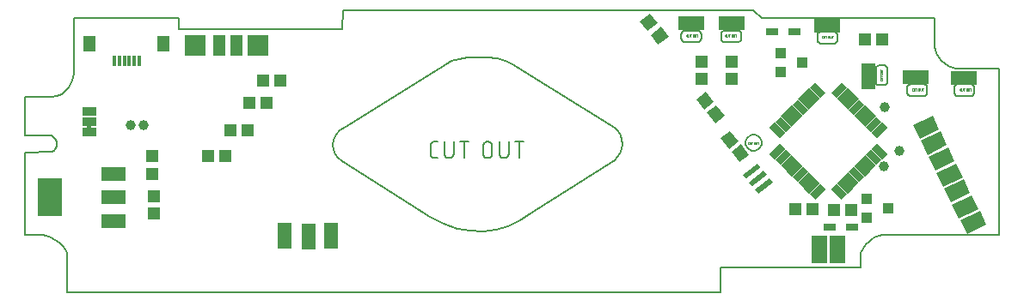
<source format=gts>
G75*
%MOIN*%
%OFA0B0*%
%FSLAX25Y25*%
%IPPOS*%
%LPD*%
%AMOC8*
5,1,8,0,0,1.08239X$1,22.5*
%
%ADD10C,0.00600*%
%ADD11C,0.00500*%
%ADD12C,0.00800*%
%ADD13C,0.00000*%
%ADD14R,0.04737X0.05131*%
%ADD15R,0.05052X0.04934*%
%ADD16R,0.05131X0.04737*%
%ADD17R,0.09600X0.05600*%
%ADD18R,0.09461X0.14973*%
%ADD19R,0.04343X0.03950*%
%ADD20R,0.10300X0.05300*%
%ADD21R,0.06200X0.10800*%
%ADD22R,0.05300X0.10300*%
%ADD23R,0.05957X0.08398*%
%ADD24R,0.04934X0.08477*%
%ADD25R,0.08477X0.08477*%
%ADD26R,0.05800X0.03000*%
%ADD27R,0.03000X0.05800*%
%ADD28R,0.07099X0.01981*%
%ADD29R,0.04737X0.03162*%
%ADD30R,0.05800X0.03300*%
%ADD31C,0.03950*%
%ADD32R,0.04737X0.06076*%
%ADD33R,0.01378X0.04331*%
D10*
X0017703Y0038877D02*
X0017703Y0053068D01*
X0017473Y0054223D01*
X0016826Y0055511D01*
X0015826Y0056843D01*
X0014540Y0058131D01*
X0013031Y0059287D01*
X0011367Y0060221D01*
X0009609Y0060847D01*
X0007826Y0061075D01*
X0001300Y0061075D01*
X0001300Y0093285D01*
X0011489Y0093363D01*
X0012380Y0093845D01*
X0013016Y0094600D01*
X0013395Y0095536D01*
X0013520Y0096561D01*
X0013391Y0097585D01*
X0013008Y0098513D01*
X0012374Y0099256D01*
X0011489Y0099720D01*
X0001300Y0099735D01*
X0001300Y0114803D02*
X0011489Y0114803D01*
X0013651Y0115090D01*
X0015486Y0115887D01*
X0017005Y0117096D01*
X0018220Y0118620D01*
X0019144Y0120362D01*
X0019789Y0122225D01*
X0020167Y0124111D01*
X0020291Y0125924D01*
X0020291Y0145461D01*
X0060762Y0145461D02*
X0060762Y0141013D01*
X0124178Y0141164D01*
X0124439Y0148568D01*
X0283611Y0148568D01*
X0286803Y0145461D01*
X0353849Y0145461D01*
X0353872Y0134183D01*
X0354104Y0132969D01*
X0354668Y0131631D01*
X0355516Y0130256D01*
X0356599Y0128933D01*
X0357869Y0127750D01*
X0359276Y0126796D01*
X0360773Y0126160D01*
X0362309Y0125929D01*
X0362585Y0125935D01*
X0378794Y0125924D01*
X0378794Y0061075D01*
X0333600Y0061075D01*
X0332610Y0060907D01*
X0331351Y0060421D01*
X0329946Y0059641D01*
X0328519Y0058595D01*
X0327194Y0057307D01*
X0326094Y0055804D01*
X0325344Y0054111D01*
X0325066Y0052254D01*
X0325066Y0048361D01*
X0270858Y0048361D01*
X0270858Y0038877D01*
X0017703Y0038877D01*
X0122690Y0090966D02*
X0124225Y0089783D01*
X0158265Y0068189D01*
X0163523Y0065449D01*
X0168754Y0063607D01*
X0173919Y0062628D01*
X0178974Y0062478D01*
X0183880Y0063119D01*
X0188596Y0064518D01*
X0193079Y0066639D01*
X0197289Y0069447D01*
X0229895Y0090159D01*
X0230978Y0091402D01*
X0231843Y0092915D01*
X0232442Y0094612D01*
X0232729Y0096404D01*
X0232659Y0098204D01*
X0232183Y0099923D01*
X0231257Y0101475D01*
X0229833Y0102771D01*
X0190100Y0127595D01*
X0187592Y0128804D01*
X0184372Y0129643D01*
X0180700Y0130126D01*
X0176836Y0130263D01*
X0173041Y0130067D01*
X0169574Y0129549D01*
X0166698Y0128721D01*
X0164671Y0127595D01*
X0125405Y0103236D01*
X0123317Y0101738D01*
X0121857Y0099993D01*
X0120989Y0098097D01*
X0120674Y0096150D01*
X0120878Y0094247D01*
X0121562Y0092486D01*
X0122690Y0090966D01*
X0158497Y0092431D02*
X0158497Y0095986D01*
X0158499Y0096060D01*
X0158505Y0096135D01*
X0158515Y0096208D01*
X0158528Y0096282D01*
X0158545Y0096354D01*
X0158567Y0096425D01*
X0158591Y0096496D01*
X0158620Y0096564D01*
X0158652Y0096632D01*
X0158688Y0096697D01*
X0158726Y0096760D01*
X0158769Y0096822D01*
X0158814Y0096881D01*
X0158862Y0096937D01*
X0158913Y0096992D01*
X0158967Y0097043D01*
X0159024Y0097091D01*
X0159083Y0097136D01*
X0159145Y0097179D01*
X0159208Y0097217D01*
X0159273Y0097253D01*
X0159341Y0097285D01*
X0159409Y0097314D01*
X0159480Y0097338D01*
X0159551Y0097360D01*
X0159623Y0097377D01*
X0159697Y0097390D01*
X0159770Y0097400D01*
X0159845Y0097406D01*
X0159919Y0097408D01*
X0161341Y0097408D01*
X0163846Y0097408D02*
X0163846Y0092786D01*
X0163848Y0092703D01*
X0163854Y0092620D01*
X0163864Y0092537D01*
X0163877Y0092454D01*
X0163895Y0092373D01*
X0163916Y0092292D01*
X0163941Y0092213D01*
X0163970Y0092135D01*
X0164002Y0092058D01*
X0164038Y0091983D01*
X0164077Y0091909D01*
X0164120Y0091838D01*
X0164166Y0091768D01*
X0164216Y0091701D01*
X0164268Y0091636D01*
X0164323Y0091574D01*
X0164382Y0091514D01*
X0164443Y0091457D01*
X0164506Y0091403D01*
X0164572Y0091352D01*
X0164641Y0091305D01*
X0164711Y0091260D01*
X0164784Y0091219D01*
X0164858Y0091182D01*
X0164934Y0091147D01*
X0165012Y0091117D01*
X0165090Y0091090D01*
X0165171Y0091067D01*
X0165252Y0091047D01*
X0165334Y0091032D01*
X0165416Y0091020D01*
X0165499Y0091012D01*
X0165582Y0091008D01*
X0165666Y0091008D01*
X0165749Y0091012D01*
X0165832Y0091020D01*
X0165914Y0091032D01*
X0165996Y0091047D01*
X0166077Y0091067D01*
X0166158Y0091090D01*
X0166236Y0091117D01*
X0166314Y0091147D01*
X0166390Y0091182D01*
X0166464Y0091219D01*
X0166537Y0091260D01*
X0166607Y0091305D01*
X0166676Y0091352D01*
X0166742Y0091403D01*
X0166805Y0091457D01*
X0166866Y0091514D01*
X0166925Y0091574D01*
X0166980Y0091636D01*
X0167032Y0091701D01*
X0167082Y0091768D01*
X0167128Y0091838D01*
X0167171Y0091909D01*
X0167210Y0091983D01*
X0167246Y0092058D01*
X0167278Y0092135D01*
X0167307Y0092213D01*
X0167332Y0092292D01*
X0167353Y0092373D01*
X0167371Y0092454D01*
X0167384Y0092537D01*
X0167394Y0092620D01*
X0167400Y0092703D01*
X0167402Y0092786D01*
X0167401Y0092786D02*
X0167401Y0097408D01*
X0169795Y0097408D02*
X0173350Y0097408D01*
X0171573Y0097408D02*
X0171573Y0091008D01*
X0178821Y0092786D02*
X0178821Y0095631D01*
X0178820Y0095631D02*
X0178822Y0095714D01*
X0178828Y0095797D01*
X0178838Y0095880D01*
X0178851Y0095963D01*
X0178869Y0096044D01*
X0178890Y0096125D01*
X0178915Y0096204D01*
X0178944Y0096282D01*
X0178976Y0096359D01*
X0179012Y0096434D01*
X0179051Y0096508D01*
X0179094Y0096579D01*
X0179140Y0096649D01*
X0179190Y0096716D01*
X0179242Y0096781D01*
X0179297Y0096843D01*
X0179356Y0096903D01*
X0179417Y0096960D01*
X0179480Y0097014D01*
X0179546Y0097065D01*
X0179615Y0097112D01*
X0179685Y0097157D01*
X0179758Y0097198D01*
X0179832Y0097235D01*
X0179908Y0097270D01*
X0179986Y0097300D01*
X0180064Y0097327D01*
X0180145Y0097350D01*
X0180226Y0097370D01*
X0180308Y0097385D01*
X0180390Y0097397D01*
X0180473Y0097405D01*
X0180556Y0097409D01*
X0180640Y0097409D01*
X0180723Y0097405D01*
X0180806Y0097397D01*
X0180888Y0097385D01*
X0180970Y0097370D01*
X0181051Y0097350D01*
X0181132Y0097327D01*
X0181210Y0097300D01*
X0181288Y0097270D01*
X0181364Y0097235D01*
X0181438Y0097198D01*
X0181511Y0097157D01*
X0181581Y0097112D01*
X0181650Y0097065D01*
X0181716Y0097014D01*
X0181779Y0096960D01*
X0181840Y0096903D01*
X0181899Y0096843D01*
X0181954Y0096781D01*
X0182006Y0096716D01*
X0182056Y0096649D01*
X0182102Y0096579D01*
X0182145Y0096508D01*
X0182184Y0096434D01*
X0182220Y0096359D01*
X0182252Y0096282D01*
X0182281Y0096204D01*
X0182306Y0096125D01*
X0182327Y0096044D01*
X0182345Y0095963D01*
X0182358Y0095880D01*
X0182368Y0095797D01*
X0182374Y0095714D01*
X0182376Y0095631D01*
X0182376Y0092786D01*
X0182374Y0092703D01*
X0182368Y0092620D01*
X0182358Y0092537D01*
X0182345Y0092454D01*
X0182327Y0092373D01*
X0182306Y0092292D01*
X0182281Y0092213D01*
X0182252Y0092135D01*
X0182220Y0092058D01*
X0182184Y0091983D01*
X0182145Y0091909D01*
X0182102Y0091838D01*
X0182056Y0091768D01*
X0182006Y0091701D01*
X0181954Y0091636D01*
X0181899Y0091574D01*
X0181840Y0091514D01*
X0181779Y0091457D01*
X0181716Y0091403D01*
X0181650Y0091352D01*
X0181581Y0091305D01*
X0181511Y0091260D01*
X0181438Y0091219D01*
X0181364Y0091182D01*
X0181288Y0091147D01*
X0181210Y0091117D01*
X0181132Y0091090D01*
X0181051Y0091067D01*
X0180970Y0091047D01*
X0180888Y0091032D01*
X0180806Y0091020D01*
X0180723Y0091012D01*
X0180640Y0091008D01*
X0180556Y0091008D01*
X0180473Y0091012D01*
X0180390Y0091020D01*
X0180308Y0091032D01*
X0180226Y0091047D01*
X0180145Y0091067D01*
X0180064Y0091090D01*
X0179986Y0091117D01*
X0179908Y0091147D01*
X0179832Y0091182D01*
X0179758Y0091219D01*
X0179685Y0091260D01*
X0179615Y0091305D01*
X0179546Y0091352D01*
X0179480Y0091403D01*
X0179417Y0091457D01*
X0179356Y0091514D01*
X0179297Y0091574D01*
X0179242Y0091636D01*
X0179190Y0091701D01*
X0179140Y0091768D01*
X0179094Y0091838D01*
X0179051Y0091909D01*
X0179012Y0091983D01*
X0178976Y0092058D01*
X0178944Y0092135D01*
X0178915Y0092213D01*
X0178890Y0092292D01*
X0178869Y0092373D01*
X0178851Y0092454D01*
X0178838Y0092537D01*
X0178828Y0092620D01*
X0178822Y0092703D01*
X0178820Y0092786D01*
X0185180Y0092786D02*
X0185180Y0097408D01*
X0188735Y0097408D02*
X0188735Y0092786D01*
X0188736Y0092786D02*
X0188734Y0092703D01*
X0188728Y0092620D01*
X0188718Y0092537D01*
X0188705Y0092454D01*
X0188687Y0092373D01*
X0188666Y0092292D01*
X0188641Y0092213D01*
X0188612Y0092135D01*
X0188580Y0092058D01*
X0188544Y0091983D01*
X0188505Y0091909D01*
X0188462Y0091838D01*
X0188416Y0091768D01*
X0188366Y0091701D01*
X0188314Y0091636D01*
X0188259Y0091574D01*
X0188200Y0091514D01*
X0188139Y0091457D01*
X0188076Y0091403D01*
X0188010Y0091352D01*
X0187941Y0091305D01*
X0187871Y0091260D01*
X0187798Y0091219D01*
X0187724Y0091182D01*
X0187648Y0091147D01*
X0187570Y0091117D01*
X0187492Y0091090D01*
X0187411Y0091067D01*
X0187330Y0091047D01*
X0187248Y0091032D01*
X0187166Y0091020D01*
X0187083Y0091012D01*
X0187000Y0091008D01*
X0186916Y0091008D01*
X0186833Y0091012D01*
X0186750Y0091020D01*
X0186668Y0091032D01*
X0186586Y0091047D01*
X0186505Y0091067D01*
X0186424Y0091090D01*
X0186346Y0091117D01*
X0186268Y0091147D01*
X0186192Y0091182D01*
X0186118Y0091219D01*
X0186045Y0091260D01*
X0185975Y0091305D01*
X0185906Y0091352D01*
X0185840Y0091403D01*
X0185777Y0091457D01*
X0185716Y0091514D01*
X0185657Y0091574D01*
X0185602Y0091636D01*
X0185550Y0091701D01*
X0185500Y0091768D01*
X0185454Y0091838D01*
X0185411Y0091909D01*
X0185372Y0091983D01*
X0185336Y0092058D01*
X0185304Y0092135D01*
X0185275Y0092213D01*
X0185250Y0092292D01*
X0185229Y0092373D01*
X0185211Y0092454D01*
X0185198Y0092537D01*
X0185188Y0092620D01*
X0185182Y0092703D01*
X0185180Y0092786D01*
X0191129Y0097408D02*
X0194684Y0097408D01*
X0192907Y0097408D02*
X0192907Y0091008D01*
X0161341Y0091008D02*
X0159919Y0091008D01*
X0159919Y0091009D02*
X0159845Y0091011D01*
X0159770Y0091017D01*
X0159697Y0091027D01*
X0159623Y0091040D01*
X0159551Y0091057D01*
X0159480Y0091079D01*
X0159409Y0091103D01*
X0159341Y0091132D01*
X0159273Y0091164D01*
X0159208Y0091200D01*
X0159145Y0091238D01*
X0159083Y0091281D01*
X0159024Y0091326D01*
X0158967Y0091374D01*
X0158913Y0091425D01*
X0158862Y0091479D01*
X0158814Y0091536D01*
X0158769Y0091595D01*
X0158726Y0091657D01*
X0158688Y0091720D01*
X0158652Y0091785D01*
X0158620Y0091853D01*
X0158591Y0091921D01*
X0158567Y0091992D01*
X0158545Y0092063D01*
X0158528Y0092135D01*
X0158515Y0092209D01*
X0158505Y0092282D01*
X0158499Y0092357D01*
X0158497Y0092431D01*
X0255811Y0136897D02*
X0255734Y0137142D01*
X0255707Y0137405D01*
X0255707Y0139289D01*
X0255734Y0139552D01*
X0255811Y0139797D01*
X0255931Y0140020D01*
X0256092Y0140213D01*
X0256285Y0140374D01*
X0256508Y0140495D01*
X0256753Y0140571D01*
X0257016Y0140598D01*
X0262092Y0140598D01*
X0262355Y0140571D01*
X0262600Y0140495D01*
X0262822Y0140374D01*
X0263016Y0140213D01*
X0263176Y0140020D01*
X0263297Y0139797D01*
X0263374Y0139552D01*
X0263400Y0139289D01*
X0263400Y0137405D01*
X0263374Y0137142D01*
X0263297Y0136897D01*
X0263176Y0136675D01*
X0263016Y0136481D01*
X0262822Y0136321D01*
X0262600Y0136200D01*
X0262355Y0136123D01*
X0262092Y0136097D01*
X0257016Y0136097D01*
X0256753Y0136123D01*
X0256508Y0136200D01*
X0256285Y0136321D01*
X0256092Y0136481D01*
X0255931Y0136675D01*
X0255811Y0136897D01*
X0271135Y0137405D02*
X0271135Y0139289D01*
X0271162Y0139552D01*
X0271239Y0139797D01*
X0271359Y0140020D01*
X0271520Y0140213D01*
X0271713Y0140374D01*
X0271935Y0140495D01*
X0272181Y0140571D01*
X0272443Y0140598D01*
X0277520Y0140598D01*
X0277783Y0140571D01*
X0278028Y0140495D01*
X0278250Y0140374D01*
X0278444Y0140213D01*
X0278604Y0140020D01*
X0278725Y0139797D01*
X0278802Y0139552D01*
X0278828Y0139289D01*
X0278828Y0137405D01*
X0278802Y0137142D01*
X0278725Y0136897D01*
X0278604Y0136675D01*
X0278444Y0136481D01*
X0278250Y0136321D01*
X0278028Y0136200D01*
X0277783Y0136123D01*
X0277520Y0136097D01*
X0272443Y0136097D01*
X0272181Y0136123D01*
X0271935Y0136200D01*
X0271713Y0136321D01*
X0271520Y0136481D01*
X0271359Y0136675D01*
X0271239Y0136897D01*
X0271162Y0137142D01*
X0271135Y0137405D01*
X0308483Y0136890D02*
X0308483Y0138774D01*
X0308510Y0139037D01*
X0308587Y0139282D01*
X0308707Y0139504D01*
X0308868Y0139698D01*
X0309061Y0139858D01*
X0309283Y0139979D01*
X0309529Y0140056D01*
X0309791Y0140082D01*
X0314868Y0140082D01*
X0315131Y0140056D01*
X0315376Y0139979D01*
X0315598Y0139858D01*
X0315792Y0139698D01*
X0315952Y0139504D01*
X0316073Y0139282D01*
X0316150Y0139037D01*
X0316176Y0138774D01*
X0316176Y0136890D01*
X0316150Y0136627D01*
X0316073Y0136382D01*
X0315952Y0136160D01*
X0315792Y0135966D01*
X0315598Y0135806D01*
X0315376Y0135685D01*
X0315131Y0135608D01*
X0314868Y0135582D01*
X0309791Y0135582D01*
X0309529Y0135608D01*
X0309283Y0135685D01*
X0309061Y0135806D01*
X0308868Y0135966D01*
X0308707Y0136160D01*
X0308587Y0136382D01*
X0308510Y0136627D01*
X0308483Y0136890D01*
X0331167Y0126223D02*
X0331288Y0126445D01*
X0331448Y0126639D01*
X0331642Y0126799D01*
X0331865Y0126920D01*
X0332109Y0126996D01*
X0332372Y0127023D01*
X0334256Y0127023D01*
X0334519Y0126996D01*
X0334765Y0126920D01*
X0334987Y0126799D01*
X0335181Y0126639D01*
X0335341Y0126445D01*
X0335462Y0126223D01*
X0335538Y0125978D01*
X0335565Y0125715D01*
X0335565Y0120638D01*
X0335538Y0120375D01*
X0335462Y0120130D01*
X0335341Y0119908D01*
X0335181Y0119714D01*
X0334987Y0119554D01*
X0334765Y0119433D01*
X0334519Y0119357D01*
X0334256Y0119330D01*
X0332372Y0119330D01*
X0332109Y0119357D01*
X0331865Y0119433D01*
X0331642Y0119554D01*
X0331448Y0119714D01*
X0331288Y0119908D01*
X0331167Y0120130D01*
X0331091Y0120375D01*
X0331064Y0120638D01*
X0331064Y0125715D01*
X0331091Y0125978D01*
X0331167Y0126223D01*
X0343477Y0119106D02*
X0343637Y0119300D01*
X0343831Y0119460D01*
X0344053Y0119581D01*
X0344298Y0119658D01*
X0344561Y0119684D01*
X0349637Y0119684D01*
X0349900Y0119658D01*
X0350145Y0119581D01*
X0350368Y0119460D01*
X0350561Y0119300D01*
X0350722Y0119106D01*
X0350843Y0118884D01*
X0350919Y0118639D01*
X0350946Y0118376D01*
X0350946Y0116492D01*
X0350919Y0116229D01*
X0350843Y0115984D01*
X0350722Y0115761D01*
X0350561Y0115567D01*
X0350368Y0115407D01*
X0350145Y0115286D01*
X0349900Y0115210D01*
X0349637Y0115183D01*
X0344561Y0115183D01*
X0344298Y0115210D01*
X0344053Y0115286D01*
X0343831Y0115407D01*
X0343637Y0115567D01*
X0343477Y0115761D01*
X0343356Y0115984D01*
X0343280Y0116229D01*
X0343253Y0116492D01*
X0343253Y0118376D01*
X0343280Y0118639D01*
X0343356Y0118884D01*
X0343477Y0119106D01*
X0361576Y0118376D02*
X0361576Y0116492D01*
X0361603Y0116229D01*
X0361680Y0115984D01*
X0361800Y0115761D01*
X0361961Y0115567D01*
X0362154Y0115407D01*
X0362377Y0115286D01*
X0362622Y0115210D01*
X0362885Y0115183D01*
X0367961Y0115183D01*
X0368224Y0115210D01*
X0368469Y0115286D01*
X0368691Y0115407D01*
X0368885Y0115567D01*
X0369045Y0115761D01*
X0369166Y0115984D01*
X0369243Y0116229D01*
X0369269Y0116492D01*
X0369269Y0118376D01*
X0369243Y0118639D01*
X0369166Y0118884D01*
X0369045Y0119106D01*
X0368885Y0119300D01*
X0368691Y0119460D01*
X0368469Y0119581D01*
X0368224Y0119658D01*
X0367961Y0119684D01*
X0362885Y0119684D01*
X0362622Y0119658D01*
X0362377Y0119581D01*
X0362154Y0119460D01*
X0361961Y0119300D01*
X0361800Y0119106D01*
X0361680Y0118884D01*
X0361603Y0118639D01*
X0361576Y0118376D01*
X0286760Y0097559D02*
X0286824Y0096924D01*
X0286764Y0097539D01*
X0286585Y0098129D01*
X0286294Y0098674D01*
X0285902Y0099151D01*
X0285425Y0099543D01*
X0284880Y0099834D01*
X0284289Y0100013D01*
X0283675Y0100074D01*
X0283060Y0100013D01*
X0282469Y0099834D01*
X0281925Y0099543D01*
X0281448Y0099151D01*
X0281056Y0098674D01*
X0280765Y0098129D01*
X0280586Y0097539D01*
X0280525Y0096924D01*
X0280586Y0096310D01*
X0280765Y0095719D01*
X0281056Y0095174D01*
X0281448Y0094697D01*
X0281925Y0094305D01*
X0282469Y0094014D01*
X0283060Y0093835D01*
X0283675Y0093774D01*
X0284289Y0093835D01*
X0284880Y0094014D01*
X0285425Y0094305D01*
X0285902Y0094697D01*
X0286294Y0095174D01*
X0286585Y0095719D01*
X0286764Y0096310D01*
X0286824Y0096924D01*
X0286760Y0096289D01*
X0286577Y0095698D01*
X0286287Y0095163D01*
X0285902Y0094697D01*
X0285436Y0094312D01*
X0284901Y0094022D01*
X0284309Y0093839D01*
X0283675Y0093774D01*
X0283040Y0093839D01*
X0282449Y0094022D01*
X0281914Y0094312D01*
X0281448Y0094697D01*
X0281063Y0095163D01*
X0280773Y0095698D01*
X0280589Y0096289D01*
X0280525Y0096924D01*
X0280589Y0097559D01*
X0280773Y0098150D01*
X0281063Y0098685D01*
X0281448Y0099151D01*
X0281914Y0099536D01*
X0282449Y0099826D01*
X0283040Y0100010D01*
X0283675Y0100074D01*
X0284309Y0100010D01*
X0284901Y0099826D01*
X0285436Y0099536D01*
X0285902Y0099151D01*
X0286287Y0098685D01*
X0286577Y0098150D01*
X0286760Y0097559D01*
D11*
X0026697Y0102458D02*
X0025697Y0102458D01*
X0025697Y0103958D01*
X0026697Y0103958D01*
X0026697Y0102458D01*
X0026697Y0102509D02*
X0025697Y0102509D01*
X0025697Y0103007D02*
X0026697Y0103007D01*
X0026697Y0103506D02*
X0025697Y0103506D01*
X0001300Y0099735D02*
X0001300Y0114803D01*
D12*
X0020291Y0145461D02*
X0060762Y0145461D01*
D13*
X0257697Y0138831D02*
X0257697Y0138386D01*
X0257699Y0138361D01*
X0257704Y0138336D01*
X0257713Y0138312D01*
X0257725Y0138290D01*
X0257740Y0138269D01*
X0257758Y0138251D01*
X0257779Y0138236D01*
X0257801Y0138224D01*
X0257825Y0138215D01*
X0257850Y0138210D01*
X0257875Y0138208D01*
X0258052Y0138208D01*
X0258322Y0138431D02*
X0258322Y0139008D01*
X0258052Y0139008D02*
X0257875Y0139008D01*
X0257875Y0139009D02*
X0257850Y0139007D01*
X0257825Y0139002D01*
X0257801Y0138993D01*
X0257779Y0138981D01*
X0257758Y0138966D01*
X0257740Y0138948D01*
X0257725Y0138927D01*
X0257713Y0138905D01*
X0257704Y0138881D01*
X0257699Y0138856D01*
X0257697Y0138831D01*
X0258322Y0138431D02*
X0258324Y0138402D01*
X0258330Y0138374D01*
X0258339Y0138346D01*
X0258352Y0138320D01*
X0258368Y0138296D01*
X0258387Y0138274D01*
X0258409Y0138255D01*
X0258433Y0138239D01*
X0258459Y0138226D01*
X0258487Y0138217D01*
X0258515Y0138211D01*
X0258544Y0138209D01*
X0258573Y0138211D01*
X0258601Y0138217D01*
X0258629Y0138226D01*
X0258655Y0138239D01*
X0258679Y0138255D01*
X0258701Y0138274D01*
X0258720Y0138296D01*
X0258736Y0138320D01*
X0258749Y0138346D01*
X0258758Y0138374D01*
X0258764Y0138402D01*
X0258766Y0138431D01*
X0258766Y0139008D01*
X0259018Y0139008D02*
X0259462Y0139008D01*
X0259240Y0139008D02*
X0259240Y0138208D01*
X0260074Y0138431D02*
X0260074Y0138786D01*
X0260076Y0138815D01*
X0260082Y0138843D01*
X0260091Y0138871D01*
X0260104Y0138897D01*
X0260120Y0138921D01*
X0260139Y0138943D01*
X0260161Y0138962D01*
X0260185Y0138978D01*
X0260211Y0138991D01*
X0260239Y0139000D01*
X0260267Y0139006D01*
X0260296Y0139008D01*
X0260325Y0139006D01*
X0260353Y0139000D01*
X0260381Y0138991D01*
X0260407Y0138978D01*
X0260431Y0138962D01*
X0260453Y0138943D01*
X0260472Y0138921D01*
X0260488Y0138897D01*
X0260501Y0138871D01*
X0260510Y0138843D01*
X0260516Y0138815D01*
X0260518Y0138786D01*
X0260518Y0138431D01*
X0260516Y0138402D01*
X0260510Y0138374D01*
X0260501Y0138346D01*
X0260488Y0138320D01*
X0260472Y0138296D01*
X0260453Y0138274D01*
X0260431Y0138255D01*
X0260407Y0138239D01*
X0260381Y0138226D01*
X0260353Y0138217D01*
X0260325Y0138211D01*
X0260296Y0138209D01*
X0260267Y0138211D01*
X0260239Y0138217D01*
X0260211Y0138226D01*
X0260185Y0138239D01*
X0260161Y0138255D01*
X0260139Y0138274D01*
X0260120Y0138296D01*
X0260104Y0138320D01*
X0260091Y0138346D01*
X0260082Y0138374D01*
X0260076Y0138402D01*
X0260074Y0138431D01*
X0260818Y0138431D02*
X0260818Y0139008D01*
X0261262Y0139008D02*
X0261262Y0138431D01*
X0261260Y0138402D01*
X0261254Y0138374D01*
X0261245Y0138346D01*
X0261232Y0138320D01*
X0261216Y0138296D01*
X0261197Y0138274D01*
X0261175Y0138255D01*
X0261151Y0138239D01*
X0261125Y0138226D01*
X0261097Y0138217D01*
X0261069Y0138211D01*
X0261040Y0138209D01*
X0261011Y0138211D01*
X0260983Y0138217D01*
X0260955Y0138226D01*
X0260929Y0138239D01*
X0260905Y0138255D01*
X0260883Y0138274D01*
X0260864Y0138296D01*
X0260848Y0138320D01*
X0260835Y0138346D01*
X0260826Y0138374D01*
X0260820Y0138402D01*
X0260818Y0138431D01*
X0261514Y0139008D02*
X0261958Y0139008D01*
X0261736Y0139008D02*
X0261736Y0138208D01*
X0272697Y0138386D02*
X0272697Y0138831D01*
X0272699Y0138856D01*
X0272704Y0138881D01*
X0272713Y0138905D01*
X0272725Y0138927D01*
X0272740Y0138948D01*
X0272758Y0138966D01*
X0272779Y0138981D01*
X0272801Y0138993D01*
X0272825Y0139002D01*
X0272850Y0139007D01*
X0272875Y0139009D01*
X0272875Y0139008D02*
X0273052Y0139008D01*
X0273322Y0139008D02*
X0273322Y0138431D01*
X0273324Y0138402D01*
X0273330Y0138374D01*
X0273339Y0138346D01*
X0273352Y0138320D01*
X0273368Y0138296D01*
X0273387Y0138274D01*
X0273409Y0138255D01*
X0273433Y0138239D01*
X0273459Y0138226D01*
X0273487Y0138217D01*
X0273515Y0138211D01*
X0273544Y0138209D01*
X0273573Y0138211D01*
X0273601Y0138217D01*
X0273629Y0138226D01*
X0273655Y0138239D01*
X0273679Y0138255D01*
X0273701Y0138274D01*
X0273720Y0138296D01*
X0273736Y0138320D01*
X0273749Y0138346D01*
X0273758Y0138374D01*
X0273764Y0138402D01*
X0273766Y0138431D01*
X0273766Y0139008D01*
X0274018Y0139008D02*
X0274462Y0139008D01*
X0274240Y0139008D02*
X0274240Y0138208D01*
X0275074Y0138431D02*
X0275074Y0138786D01*
X0275076Y0138815D01*
X0275082Y0138843D01*
X0275091Y0138871D01*
X0275104Y0138897D01*
X0275120Y0138921D01*
X0275139Y0138943D01*
X0275161Y0138962D01*
X0275185Y0138978D01*
X0275211Y0138991D01*
X0275239Y0139000D01*
X0275267Y0139006D01*
X0275296Y0139008D01*
X0275325Y0139006D01*
X0275353Y0139000D01*
X0275381Y0138991D01*
X0275407Y0138978D01*
X0275431Y0138962D01*
X0275453Y0138943D01*
X0275472Y0138921D01*
X0275488Y0138897D01*
X0275501Y0138871D01*
X0275510Y0138843D01*
X0275516Y0138815D01*
X0275518Y0138786D01*
X0275518Y0138431D01*
X0275516Y0138402D01*
X0275510Y0138374D01*
X0275501Y0138346D01*
X0275488Y0138320D01*
X0275472Y0138296D01*
X0275453Y0138274D01*
X0275431Y0138255D01*
X0275407Y0138239D01*
X0275381Y0138226D01*
X0275353Y0138217D01*
X0275325Y0138211D01*
X0275296Y0138209D01*
X0275267Y0138211D01*
X0275239Y0138217D01*
X0275211Y0138226D01*
X0275185Y0138239D01*
X0275161Y0138255D01*
X0275139Y0138274D01*
X0275120Y0138296D01*
X0275104Y0138320D01*
X0275091Y0138346D01*
X0275082Y0138374D01*
X0275076Y0138402D01*
X0275074Y0138431D01*
X0275818Y0138431D02*
X0275818Y0139008D01*
X0276262Y0139008D02*
X0276262Y0138431D01*
X0276260Y0138402D01*
X0276254Y0138374D01*
X0276245Y0138346D01*
X0276232Y0138320D01*
X0276216Y0138296D01*
X0276197Y0138274D01*
X0276175Y0138255D01*
X0276151Y0138239D01*
X0276125Y0138226D01*
X0276097Y0138217D01*
X0276069Y0138211D01*
X0276040Y0138209D01*
X0276011Y0138211D01*
X0275983Y0138217D01*
X0275955Y0138226D01*
X0275929Y0138239D01*
X0275905Y0138255D01*
X0275883Y0138274D01*
X0275864Y0138296D01*
X0275848Y0138320D01*
X0275835Y0138346D01*
X0275826Y0138374D01*
X0275820Y0138402D01*
X0275818Y0138431D01*
X0276514Y0139008D02*
X0276958Y0139008D01*
X0276736Y0139008D02*
X0276736Y0138208D01*
X0273052Y0138208D02*
X0272875Y0138208D01*
X0272850Y0138210D01*
X0272825Y0138215D01*
X0272801Y0138224D01*
X0272779Y0138236D01*
X0272758Y0138251D01*
X0272740Y0138269D01*
X0272725Y0138290D01*
X0272713Y0138312D01*
X0272704Y0138336D01*
X0272699Y0138361D01*
X0272697Y0138386D01*
X0310197Y0138331D02*
X0310197Y0137886D01*
X0310199Y0137861D01*
X0310204Y0137836D01*
X0310213Y0137812D01*
X0310225Y0137790D01*
X0310240Y0137769D01*
X0310258Y0137751D01*
X0310279Y0137736D01*
X0310301Y0137724D01*
X0310325Y0137715D01*
X0310350Y0137710D01*
X0310375Y0137708D01*
X0310552Y0137708D01*
X0310822Y0137931D02*
X0310822Y0138508D01*
X0310552Y0138508D02*
X0310375Y0138508D01*
X0310375Y0138509D02*
X0310350Y0138507D01*
X0310325Y0138502D01*
X0310301Y0138493D01*
X0310279Y0138481D01*
X0310258Y0138466D01*
X0310240Y0138448D01*
X0310225Y0138427D01*
X0310213Y0138405D01*
X0310204Y0138381D01*
X0310199Y0138356D01*
X0310197Y0138331D01*
X0310822Y0137931D02*
X0310824Y0137902D01*
X0310830Y0137874D01*
X0310839Y0137846D01*
X0310852Y0137820D01*
X0310868Y0137796D01*
X0310887Y0137774D01*
X0310909Y0137755D01*
X0310933Y0137739D01*
X0310959Y0137726D01*
X0310987Y0137717D01*
X0311015Y0137711D01*
X0311044Y0137709D01*
X0311073Y0137711D01*
X0311101Y0137717D01*
X0311129Y0137726D01*
X0311155Y0137739D01*
X0311179Y0137755D01*
X0311201Y0137774D01*
X0311220Y0137796D01*
X0311236Y0137820D01*
X0311249Y0137846D01*
X0311258Y0137874D01*
X0311264Y0137902D01*
X0311266Y0137931D01*
X0311266Y0138508D01*
X0311518Y0138508D02*
X0311962Y0138508D01*
X0311740Y0138508D02*
X0311740Y0137708D01*
X0312574Y0137931D02*
X0312574Y0138286D01*
X0312576Y0138315D01*
X0312582Y0138343D01*
X0312591Y0138371D01*
X0312604Y0138397D01*
X0312620Y0138421D01*
X0312639Y0138443D01*
X0312661Y0138462D01*
X0312685Y0138478D01*
X0312711Y0138491D01*
X0312739Y0138500D01*
X0312767Y0138506D01*
X0312796Y0138508D01*
X0312825Y0138506D01*
X0312853Y0138500D01*
X0312881Y0138491D01*
X0312907Y0138478D01*
X0312931Y0138462D01*
X0312953Y0138443D01*
X0312972Y0138421D01*
X0312988Y0138397D01*
X0313001Y0138371D01*
X0313010Y0138343D01*
X0313016Y0138315D01*
X0313018Y0138286D01*
X0313018Y0137931D01*
X0313016Y0137902D01*
X0313010Y0137874D01*
X0313001Y0137846D01*
X0312988Y0137820D01*
X0312972Y0137796D01*
X0312953Y0137774D01*
X0312931Y0137755D01*
X0312907Y0137739D01*
X0312881Y0137726D01*
X0312853Y0137717D01*
X0312825Y0137711D01*
X0312796Y0137709D01*
X0312767Y0137711D01*
X0312739Y0137717D01*
X0312711Y0137726D01*
X0312685Y0137739D01*
X0312661Y0137755D01*
X0312639Y0137774D01*
X0312620Y0137796D01*
X0312604Y0137820D01*
X0312591Y0137846D01*
X0312582Y0137874D01*
X0312576Y0137902D01*
X0312574Y0137931D01*
X0313318Y0137931D02*
X0313318Y0138508D01*
X0313762Y0138508D02*
X0313762Y0137931D01*
X0313760Y0137902D01*
X0313754Y0137874D01*
X0313745Y0137846D01*
X0313732Y0137820D01*
X0313716Y0137796D01*
X0313697Y0137774D01*
X0313675Y0137755D01*
X0313651Y0137739D01*
X0313625Y0137726D01*
X0313597Y0137717D01*
X0313569Y0137711D01*
X0313540Y0137709D01*
X0313511Y0137711D01*
X0313483Y0137717D01*
X0313455Y0137726D01*
X0313429Y0137739D01*
X0313405Y0137755D01*
X0313383Y0137774D01*
X0313364Y0137796D01*
X0313348Y0137820D01*
X0313335Y0137846D01*
X0313326Y0137874D01*
X0313320Y0137902D01*
X0313318Y0137931D01*
X0314014Y0138508D02*
X0314458Y0138508D01*
X0314236Y0138508D02*
X0314236Y0137708D01*
X0332897Y0125470D02*
X0332897Y0125025D01*
X0332897Y0125248D02*
X0333697Y0125248D01*
X0333475Y0124774D02*
X0332897Y0124774D01*
X0332897Y0124329D02*
X0333475Y0124329D01*
X0333475Y0124330D02*
X0333504Y0124332D01*
X0333532Y0124338D01*
X0333560Y0124347D01*
X0333586Y0124360D01*
X0333610Y0124376D01*
X0333632Y0124395D01*
X0333651Y0124417D01*
X0333667Y0124441D01*
X0333680Y0124467D01*
X0333689Y0124495D01*
X0333695Y0124523D01*
X0333697Y0124552D01*
X0333695Y0124581D01*
X0333689Y0124609D01*
X0333680Y0124637D01*
X0333667Y0124663D01*
X0333651Y0124687D01*
X0333632Y0124709D01*
X0333610Y0124728D01*
X0333586Y0124744D01*
X0333560Y0124757D01*
X0333532Y0124766D01*
X0333504Y0124772D01*
X0333475Y0124774D01*
X0333475Y0124030D02*
X0333119Y0124030D01*
X0333090Y0124028D01*
X0333062Y0124022D01*
X0333034Y0124013D01*
X0333008Y0124000D01*
X0332984Y0123984D01*
X0332962Y0123965D01*
X0332943Y0123943D01*
X0332927Y0123919D01*
X0332914Y0123893D01*
X0332905Y0123865D01*
X0332899Y0123837D01*
X0332897Y0123808D01*
X0332899Y0123779D01*
X0332905Y0123751D01*
X0332914Y0123723D01*
X0332927Y0123697D01*
X0332943Y0123673D01*
X0332962Y0123651D01*
X0332984Y0123632D01*
X0333008Y0123616D01*
X0333034Y0123603D01*
X0333062Y0123594D01*
X0333090Y0123588D01*
X0333119Y0123586D01*
X0333119Y0123585D02*
X0333475Y0123585D01*
X0333475Y0123586D02*
X0333504Y0123588D01*
X0333532Y0123594D01*
X0333560Y0123603D01*
X0333586Y0123616D01*
X0333610Y0123632D01*
X0333632Y0123651D01*
X0333651Y0123673D01*
X0333667Y0123697D01*
X0333680Y0123723D01*
X0333689Y0123751D01*
X0333695Y0123779D01*
X0333697Y0123808D01*
X0333695Y0123837D01*
X0333689Y0123865D01*
X0333680Y0123893D01*
X0333667Y0123919D01*
X0333651Y0123943D01*
X0333632Y0123965D01*
X0333610Y0123984D01*
X0333586Y0124000D01*
X0333560Y0124013D01*
X0333532Y0124022D01*
X0333504Y0124028D01*
X0333475Y0124030D01*
X0332897Y0122974D02*
X0332897Y0122529D01*
X0332897Y0122752D02*
X0333697Y0122752D01*
X0333475Y0122278D02*
X0332897Y0122278D01*
X0332897Y0121833D02*
X0333475Y0121833D01*
X0333475Y0121834D02*
X0333504Y0121836D01*
X0333532Y0121842D01*
X0333560Y0121851D01*
X0333586Y0121864D01*
X0333610Y0121880D01*
X0333632Y0121899D01*
X0333651Y0121921D01*
X0333667Y0121945D01*
X0333680Y0121971D01*
X0333689Y0121999D01*
X0333695Y0122027D01*
X0333697Y0122056D01*
X0333695Y0122085D01*
X0333689Y0122113D01*
X0333680Y0122141D01*
X0333667Y0122167D01*
X0333651Y0122191D01*
X0333632Y0122213D01*
X0333610Y0122232D01*
X0333586Y0122248D01*
X0333560Y0122261D01*
X0333532Y0122270D01*
X0333504Y0122276D01*
X0333475Y0122278D01*
X0333697Y0121564D02*
X0333697Y0121386D01*
X0333695Y0121361D01*
X0333690Y0121336D01*
X0333681Y0121312D01*
X0333669Y0121290D01*
X0333654Y0121269D01*
X0333636Y0121251D01*
X0333615Y0121236D01*
X0333593Y0121224D01*
X0333569Y0121215D01*
X0333544Y0121210D01*
X0333519Y0121208D01*
X0333075Y0121208D01*
X0333050Y0121210D01*
X0333025Y0121215D01*
X0333001Y0121224D01*
X0332979Y0121236D01*
X0332958Y0121251D01*
X0332940Y0121269D01*
X0332925Y0121290D01*
X0332913Y0121312D01*
X0332904Y0121336D01*
X0332899Y0121361D01*
X0332897Y0121386D01*
X0332897Y0121564D01*
X0345197Y0117831D02*
X0345197Y0117386D01*
X0345199Y0117361D01*
X0345204Y0117336D01*
X0345213Y0117312D01*
X0345225Y0117290D01*
X0345240Y0117269D01*
X0345258Y0117251D01*
X0345279Y0117236D01*
X0345301Y0117224D01*
X0345325Y0117215D01*
X0345350Y0117210D01*
X0345375Y0117208D01*
X0345552Y0117208D01*
X0345822Y0117431D02*
X0345822Y0118008D01*
X0345552Y0118008D02*
X0345375Y0118008D01*
X0345375Y0118009D02*
X0345350Y0118007D01*
X0345325Y0118002D01*
X0345301Y0117993D01*
X0345279Y0117981D01*
X0345258Y0117966D01*
X0345240Y0117948D01*
X0345225Y0117927D01*
X0345213Y0117905D01*
X0345204Y0117881D01*
X0345199Y0117856D01*
X0345197Y0117831D01*
X0345822Y0117431D02*
X0345824Y0117402D01*
X0345830Y0117374D01*
X0345839Y0117346D01*
X0345852Y0117320D01*
X0345868Y0117296D01*
X0345887Y0117274D01*
X0345909Y0117255D01*
X0345933Y0117239D01*
X0345959Y0117226D01*
X0345987Y0117217D01*
X0346015Y0117211D01*
X0346044Y0117209D01*
X0346073Y0117211D01*
X0346101Y0117217D01*
X0346129Y0117226D01*
X0346155Y0117239D01*
X0346179Y0117255D01*
X0346201Y0117274D01*
X0346220Y0117296D01*
X0346236Y0117320D01*
X0346249Y0117346D01*
X0346258Y0117374D01*
X0346264Y0117402D01*
X0346266Y0117431D01*
X0346266Y0118008D01*
X0346518Y0118008D02*
X0346962Y0118008D01*
X0346740Y0118008D02*
X0346740Y0117208D01*
X0347574Y0117431D02*
X0347574Y0117786D01*
X0347576Y0117815D01*
X0347582Y0117843D01*
X0347591Y0117871D01*
X0347604Y0117897D01*
X0347620Y0117921D01*
X0347639Y0117943D01*
X0347661Y0117962D01*
X0347685Y0117978D01*
X0347711Y0117991D01*
X0347739Y0118000D01*
X0347767Y0118006D01*
X0347796Y0118008D01*
X0347825Y0118006D01*
X0347853Y0118000D01*
X0347881Y0117991D01*
X0347907Y0117978D01*
X0347931Y0117962D01*
X0347953Y0117943D01*
X0347972Y0117921D01*
X0347988Y0117897D01*
X0348001Y0117871D01*
X0348010Y0117843D01*
X0348016Y0117815D01*
X0348018Y0117786D01*
X0348018Y0117431D01*
X0348016Y0117402D01*
X0348010Y0117374D01*
X0348001Y0117346D01*
X0347988Y0117320D01*
X0347972Y0117296D01*
X0347953Y0117274D01*
X0347931Y0117255D01*
X0347907Y0117239D01*
X0347881Y0117226D01*
X0347853Y0117217D01*
X0347825Y0117211D01*
X0347796Y0117209D01*
X0347767Y0117211D01*
X0347739Y0117217D01*
X0347711Y0117226D01*
X0347685Y0117239D01*
X0347661Y0117255D01*
X0347639Y0117274D01*
X0347620Y0117296D01*
X0347604Y0117320D01*
X0347591Y0117346D01*
X0347582Y0117374D01*
X0347576Y0117402D01*
X0347574Y0117431D01*
X0348318Y0117431D02*
X0348318Y0118008D01*
X0348762Y0118008D02*
X0348762Y0117431D01*
X0348760Y0117402D01*
X0348754Y0117374D01*
X0348745Y0117346D01*
X0348732Y0117320D01*
X0348716Y0117296D01*
X0348697Y0117274D01*
X0348675Y0117255D01*
X0348651Y0117239D01*
X0348625Y0117226D01*
X0348597Y0117217D01*
X0348569Y0117211D01*
X0348540Y0117209D01*
X0348511Y0117211D01*
X0348483Y0117217D01*
X0348455Y0117226D01*
X0348429Y0117239D01*
X0348405Y0117255D01*
X0348383Y0117274D01*
X0348364Y0117296D01*
X0348348Y0117320D01*
X0348335Y0117346D01*
X0348326Y0117374D01*
X0348320Y0117402D01*
X0348318Y0117431D01*
X0349014Y0118008D02*
X0349458Y0118008D01*
X0349236Y0118008D02*
X0349236Y0117208D01*
X0363697Y0117386D02*
X0363697Y0117831D01*
X0363699Y0117856D01*
X0363704Y0117881D01*
X0363713Y0117905D01*
X0363725Y0117927D01*
X0363740Y0117948D01*
X0363758Y0117966D01*
X0363779Y0117981D01*
X0363801Y0117993D01*
X0363825Y0118002D01*
X0363850Y0118007D01*
X0363875Y0118009D01*
X0363875Y0118008D02*
X0364052Y0118008D01*
X0364322Y0118008D02*
X0364322Y0117431D01*
X0364324Y0117402D01*
X0364330Y0117374D01*
X0364339Y0117346D01*
X0364352Y0117320D01*
X0364368Y0117296D01*
X0364387Y0117274D01*
X0364409Y0117255D01*
X0364433Y0117239D01*
X0364459Y0117226D01*
X0364487Y0117217D01*
X0364515Y0117211D01*
X0364544Y0117209D01*
X0364573Y0117211D01*
X0364601Y0117217D01*
X0364629Y0117226D01*
X0364655Y0117239D01*
X0364679Y0117255D01*
X0364701Y0117274D01*
X0364720Y0117296D01*
X0364736Y0117320D01*
X0364749Y0117346D01*
X0364758Y0117374D01*
X0364764Y0117402D01*
X0364766Y0117431D01*
X0364766Y0118008D01*
X0365018Y0118008D02*
X0365462Y0118008D01*
X0365240Y0118008D02*
X0365240Y0117208D01*
X0366074Y0117431D02*
X0366074Y0117786D01*
X0366076Y0117815D01*
X0366082Y0117843D01*
X0366091Y0117871D01*
X0366104Y0117897D01*
X0366120Y0117921D01*
X0366139Y0117943D01*
X0366161Y0117962D01*
X0366185Y0117978D01*
X0366211Y0117991D01*
X0366239Y0118000D01*
X0366267Y0118006D01*
X0366296Y0118008D01*
X0366325Y0118006D01*
X0366353Y0118000D01*
X0366381Y0117991D01*
X0366407Y0117978D01*
X0366431Y0117962D01*
X0366453Y0117943D01*
X0366472Y0117921D01*
X0366488Y0117897D01*
X0366501Y0117871D01*
X0366510Y0117843D01*
X0366516Y0117815D01*
X0366518Y0117786D01*
X0366518Y0117431D01*
X0366516Y0117402D01*
X0366510Y0117374D01*
X0366501Y0117346D01*
X0366488Y0117320D01*
X0366472Y0117296D01*
X0366453Y0117274D01*
X0366431Y0117255D01*
X0366407Y0117239D01*
X0366381Y0117226D01*
X0366353Y0117217D01*
X0366325Y0117211D01*
X0366296Y0117209D01*
X0366267Y0117211D01*
X0366239Y0117217D01*
X0366211Y0117226D01*
X0366185Y0117239D01*
X0366161Y0117255D01*
X0366139Y0117274D01*
X0366120Y0117296D01*
X0366104Y0117320D01*
X0366091Y0117346D01*
X0366082Y0117374D01*
X0366076Y0117402D01*
X0366074Y0117431D01*
X0366818Y0117431D02*
X0366818Y0118008D01*
X0367262Y0118008D02*
X0367262Y0117431D01*
X0367260Y0117402D01*
X0367254Y0117374D01*
X0367245Y0117346D01*
X0367232Y0117320D01*
X0367216Y0117296D01*
X0367197Y0117274D01*
X0367175Y0117255D01*
X0367151Y0117239D01*
X0367125Y0117226D01*
X0367097Y0117217D01*
X0367069Y0117211D01*
X0367040Y0117209D01*
X0367011Y0117211D01*
X0366983Y0117217D01*
X0366955Y0117226D01*
X0366929Y0117239D01*
X0366905Y0117255D01*
X0366883Y0117274D01*
X0366864Y0117296D01*
X0366848Y0117320D01*
X0366835Y0117346D01*
X0366826Y0117374D01*
X0366820Y0117402D01*
X0366818Y0117431D01*
X0367514Y0118008D02*
X0367958Y0118008D01*
X0367736Y0118008D02*
X0367736Y0117208D01*
X0364052Y0117208D02*
X0363875Y0117208D01*
X0363850Y0117210D01*
X0363825Y0117215D01*
X0363801Y0117224D01*
X0363779Y0117236D01*
X0363758Y0117251D01*
X0363740Y0117269D01*
X0363725Y0117290D01*
X0363713Y0117312D01*
X0363704Y0117336D01*
X0363699Y0117361D01*
X0363697Y0117386D01*
X0285697Y0097208D02*
X0285252Y0097208D01*
X0285475Y0097208D02*
X0285475Y0096408D01*
X0285001Y0096631D02*
X0285001Y0097208D01*
X0284556Y0097208D02*
X0284556Y0096631D01*
X0284557Y0096631D02*
X0284559Y0096602D01*
X0284565Y0096574D01*
X0284574Y0096546D01*
X0284587Y0096520D01*
X0284603Y0096496D01*
X0284622Y0096474D01*
X0284644Y0096455D01*
X0284668Y0096439D01*
X0284694Y0096426D01*
X0284722Y0096417D01*
X0284750Y0096411D01*
X0284779Y0096409D01*
X0284808Y0096411D01*
X0284836Y0096417D01*
X0284864Y0096426D01*
X0284890Y0096439D01*
X0284914Y0096455D01*
X0284936Y0096474D01*
X0284955Y0096496D01*
X0284971Y0096520D01*
X0284984Y0096546D01*
X0284993Y0096574D01*
X0284999Y0096602D01*
X0285001Y0096631D01*
X0284257Y0096631D02*
X0284257Y0096986D01*
X0284255Y0097015D01*
X0284249Y0097043D01*
X0284240Y0097071D01*
X0284227Y0097097D01*
X0284211Y0097121D01*
X0284192Y0097143D01*
X0284170Y0097162D01*
X0284146Y0097178D01*
X0284120Y0097191D01*
X0284092Y0097200D01*
X0284064Y0097206D01*
X0284035Y0097208D01*
X0284006Y0097206D01*
X0283978Y0097200D01*
X0283950Y0097191D01*
X0283924Y0097178D01*
X0283900Y0097162D01*
X0283878Y0097143D01*
X0283859Y0097121D01*
X0283843Y0097097D01*
X0283830Y0097071D01*
X0283821Y0097043D01*
X0283815Y0097015D01*
X0283813Y0096986D01*
X0283812Y0096986D02*
X0283812Y0096631D01*
X0283813Y0096631D02*
X0283815Y0096602D01*
X0283821Y0096574D01*
X0283830Y0096546D01*
X0283843Y0096520D01*
X0283859Y0096496D01*
X0283878Y0096474D01*
X0283900Y0096455D01*
X0283924Y0096439D01*
X0283950Y0096426D01*
X0283978Y0096417D01*
X0284006Y0096411D01*
X0284035Y0096409D01*
X0284064Y0096411D01*
X0284092Y0096417D01*
X0284120Y0096426D01*
X0284146Y0096439D01*
X0284170Y0096455D01*
X0284192Y0096474D01*
X0284211Y0096496D01*
X0284227Y0096520D01*
X0284240Y0096546D01*
X0284249Y0096574D01*
X0284255Y0096602D01*
X0284257Y0096631D01*
X0283201Y0097208D02*
X0282756Y0097208D01*
X0282979Y0097208D02*
X0282979Y0096408D01*
X0282505Y0096631D02*
X0282505Y0097208D01*
X0282060Y0097208D02*
X0282060Y0096631D01*
X0282061Y0096631D02*
X0282063Y0096602D01*
X0282069Y0096574D01*
X0282078Y0096546D01*
X0282091Y0096520D01*
X0282107Y0096496D01*
X0282126Y0096474D01*
X0282148Y0096455D01*
X0282172Y0096439D01*
X0282198Y0096426D01*
X0282226Y0096417D01*
X0282254Y0096411D01*
X0282283Y0096409D01*
X0282312Y0096411D01*
X0282340Y0096417D01*
X0282368Y0096426D01*
X0282394Y0096439D01*
X0282418Y0096455D01*
X0282440Y0096474D01*
X0282459Y0096496D01*
X0282475Y0096520D01*
X0282488Y0096546D01*
X0282497Y0096574D01*
X0282503Y0096602D01*
X0282505Y0096631D01*
X0281791Y0096408D02*
X0281613Y0096408D01*
X0281588Y0096410D01*
X0281563Y0096415D01*
X0281539Y0096424D01*
X0281517Y0096436D01*
X0281496Y0096451D01*
X0281478Y0096469D01*
X0281463Y0096490D01*
X0281451Y0096512D01*
X0281442Y0096536D01*
X0281437Y0096561D01*
X0281435Y0096586D01*
X0281435Y0097031D01*
X0281437Y0097056D01*
X0281442Y0097081D01*
X0281451Y0097105D01*
X0281463Y0097127D01*
X0281478Y0097148D01*
X0281496Y0097166D01*
X0281517Y0097181D01*
X0281539Y0097193D01*
X0281563Y0097202D01*
X0281588Y0097207D01*
X0281613Y0097209D01*
X0281613Y0097208D02*
X0281791Y0097208D01*
D14*
X0299850Y0071208D03*
X0306543Y0071208D03*
X0314850Y0070708D03*
X0321543Y0070708D03*
X0326850Y0137208D03*
X0333543Y0137208D03*
G36*
X0247820Y0142016D02*
X0250736Y0138285D01*
X0246694Y0135126D01*
X0243778Y0138857D01*
X0247820Y0142016D01*
G37*
G36*
X0243700Y0147290D02*
X0246616Y0143559D01*
X0242574Y0140400D01*
X0239658Y0144131D01*
X0243700Y0147290D01*
G37*
X0100293Y0121208D03*
X0093600Y0121208D03*
X0094793Y0112458D03*
X0088100Y0112458D03*
X0087543Y0101958D03*
X0080850Y0101958D03*
X0079043Y0091708D03*
X0072350Y0091708D03*
X0051197Y0076055D03*
X0051197Y0069362D03*
D15*
X0050697Y0084763D03*
X0050697Y0091653D03*
D16*
X0263447Y0121862D03*
X0275197Y0121862D03*
X0275197Y0128555D03*
X0263447Y0128555D03*
G36*
X0265173Y0116824D02*
X0268332Y0112782D01*
X0264601Y0109866D01*
X0261442Y0113908D01*
X0265173Y0116824D01*
G37*
G36*
X0269293Y0111550D02*
X0272452Y0107508D01*
X0268721Y0104592D01*
X0265562Y0108634D01*
X0269293Y0111550D01*
G37*
G36*
X0274673Y0101574D02*
X0277832Y0097532D01*
X0274101Y0094616D01*
X0270942Y0098658D01*
X0274673Y0101574D01*
G37*
G36*
X0278793Y0096300D02*
X0281952Y0092258D01*
X0278221Y0089342D01*
X0275062Y0093384D01*
X0278793Y0096300D01*
G37*
D17*
X0035397Y0084808D03*
X0035397Y0075708D03*
X0035397Y0066608D03*
D18*
X0010996Y0075708D03*
D19*
X0294260Y0124468D03*
X0302528Y0128208D03*
X0294260Y0131948D03*
X0327510Y0075198D03*
X0335778Y0071458D03*
X0327510Y0067718D03*
D20*
X0346697Y0122448D03*
X0365197Y0122263D03*
X0312197Y0142319D03*
X0275197Y0143578D03*
X0259697Y0143393D03*
D21*
X0309197Y0055319D03*
X0316197Y0055319D03*
D22*
X0328272Y0122708D03*
X0119854Y0060748D03*
X0111079Y0060598D03*
X0101854Y0060748D03*
D23*
G36*
X0348129Y0098491D02*
X0345518Y0103843D01*
X0353065Y0107525D01*
X0355676Y0102173D01*
X0348129Y0098491D01*
G37*
G36*
X0351129Y0092291D02*
X0348518Y0097643D01*
X0356065Y0101325D01*
X0358676Y0095973D01*
X0351129Y0092291D01*
G37*
G36*
X0354129Y0086091D02*
X0351518Y0091443D01*
X0359065Y0095125D01*
X0361676Y0089773D01*
X0354129Y0086091D01*
G37*
G36*
X0357179Y0079841D02*
X0354568Y0085193D01*
X0362115Y0088875D01*
X0364726Y0083523D01*
X0357179Y0079841D01*
G37*
G36*
X0360129Y0073641D02*
X0357518Y0078993D01*
X0365065Y0082675D01*
X0367676Y0077323D01*
X0360129Y0073641D01*
G37*
G36*
X0363279Y0067491D02*
X0360668Y0072843D01*
X0368215Y0076525D01*
X0370826Y0071173D01*
X0363279Y0067491D01*
G37*
G36*
X0366479Y0061491D02*
X0363868Y0066843D01*
X0371415Y0070525D01*
X0374026Y0065173D01*
X0366479Y0061491D01*
G37*
D24*
X0083097Y0134808D03*
X0076597Y0134708D03*
D25*
X0067297Y0134658D03*
X0091497Y0134708D03*
D26*
G36*
X0296063Y0094542D02*
X0291963Y0090442D01*
X0289841Y0092564D01*
X0293941Y0096664D01*
X0296063Y0094542D01*
G37*
G36*
X0298290Y0092315D02*
X0294190Y0088215D01*
X0292068Y0090337D01*
X0296168Y0094437D01*
X0298290Y0092315D01*
G37*
G36*
X0300517Y0090088D02*
X0296417Y0085988D01*
X0294295Y0088110D01*
X0298395Y0092210D01*
X0300517Y0090088D01*
G37*
G36*
X0302744Y0087861D02*
X0298644Y0083761D01*
X0296522Y0085883D01*
X0300622Y0089983D01*
X0302744Y0087861D01*
G37*
G36*
X0304971Y0085634D02*
X0300871Y0081534D01*
X0298749Y0083656D01*
X0302849Y0087756D01*
X0304971Y0085634D01*
G37*
G36*
X0307198Y0083407D02*
X0303098Y0079307D01*
X0300976Y0081429D01*
X0305076Y0085529D01*
X0307198Y0083407D01*
G37*
G36*
X0309426Y0081179D02*
X0305326Y0077079D01*
X0303204Y0079201D01*
X0307304Y0083301D01*
X0309426Y0081179D01*
G37*
G36*
X0311653Y0078952D02*
X0307553Y0074852D01*
X0305431Y0076974D01*
X0309531Y0081074D01*
X0311653Y0078952D01*
G37*
G36*
X0335553Y0102853D02*
X0331453Y0098753D01*
X0329331Y0100875D01*
X0333431Y0104975D01*
X0335553Y0102853D01*
G37*
G36*
X0333326Y0105080D02*
X0329226Y0100980D01*
X0327104Y0103102D01*
X0331204Y0107202D01*
X0333326Y0105080D01*
G37*
G36*
X0331099Y0107307D02*
X0326999Y0103207D01*
X0324877Y0105329D01*
X0328977Y0109429D01*
X0331099Y0107307D01*
G37*
G36*
X0328872Y0109534D02*
X0324772Y0105434D01*
X0322650Y0107556D01*
X0326750Y0111656D01*
X0328872Y0109534D01*
G37*
G36*
X0326644Y0111761D02*
X0322544Y0107661D01*
X0320422Y0109783D01*
X0324522Y0113883D01*
X0326644Y0111761D01*
G37*
G36*
X0324417Y0113988D02*
X0320317Y0109888D01*
X0318195Y0112010D01*
X0322295Y0116110D01*
X0324417Y0113988D01*
G37*
G36*
X0322190Y0116215D02*
X0318090Y0112115D01*
X0315968Y0114237D01*
X0320068Y0118337D01*
X0322190Y0116215D01*
G37*
G36*
X0319963Y0118442D02*
X0315863Y0114342D01*
X0313741Y0116464D01*
X0317841Y0120564D01*
X0319963Y0118442D01*
G37*
D27*
G36*
X0311653Y0116464D02*
X0309531Y0114342D01*
X0305431Y0118442D01*
X0307553Y0120564D01*
X0311653Y0116464D01*
G37*
G36*
X0309426Y0114237D02*
X0307304Y0112115D01*
X0303204Y0116215D01*
X0305326Y0118337D01*
X0309426Y0114237D01*
G37*
G36*
X0307198Y0112010D02*
X0305076Y0109888D01*
X0300976Y0113988D01*
X0303098Y0116110D01*
X0307198Y0112010D01*
G37*
G36*
X0304971Y0109783D02*
X0302849Y0107661D01*
X0298749Y0111761D01*
X0300871Y0113883D01*
X0304971Y0109783D01*
G37*
G36*
X0302744Y0107556D02*
X0300622Y0105434D01*
X0296522Y0109534D01*
X0298644Y0111656D01*
X0302744Y0107556D01*
G37*
G36*
X0300517Y0105329D02*
X0298395Y0103207D01*
X0294295Y0107307D01*
X0296417Y0109429D01*
X0300517Y0105329D01*
G37*
G36*
X0298290Y0103102D02*
X0296168Y0100980D01*
X0292068Y0105080D01*
X0294190Y0107202D01*
X0298290Y0103102D01*
G37*
G36*
X0296063Y0100875D02*
X0293941Y0098753D01*
X0289841Y0102853D01*
X0291963Y0104975D01*
X0296063Y0100875D01*
G37*
G36*
X0328872Y0085883D02*
X0326750Y0083761D01*
X0322650Y0087861D01*
X0324772Y0089983D01*
X0328872Y0085883D01*
G37*
G36*
X0326644Y0083656D02*
X0324522Y0081534D01*
X0320422Y0085634D01*
X0322544Y0087756D01*
X0326644Y0083656D01*
G37*
G36*
X0324417Y0081429D02*
X0322295Y0079307D01*
X0318195Y0083407D01*
X0320317Y0085529D01*
X0324417Y0081429D01*
G37*
G36*
X0322190Y0079201D02*
X0320068Y0077079D01*
X0315968Y0081179D01*
X0318090Y0083301D01*
X0322190Y0079201D01*
G37*
G36*
X0319963Y0076974D02*
X0317841Y0074852D01*
X0313741Y0078952D01*
X0315863Y0081074D01*
X0319963Y0076974D01*
G37*
G36*
X0331099Y0088110D02*
X0328977Y0085988D01*
X0324877Y0090088D01*
X0326999Y0092210D01*
X0331099Y0088110D01*
G37*
G36*
X0333326Y0090337D02*
X0331204Y0088215D01*
X0327104Y0092315D01*
X0329226Y0094437D01*
X0333326Y0090337D01*
G37*
G36*
X0335553Y0092564D02*
X0333431Y0090442D01*
X0329331Y0094542D01*
X0331453Y0096664D01*
X0335553Y0092564D01*
G37*
D28*
G36*
X0291047Y0081457D02*
X0285454Y0077088D01*
X0284235Y0078649D01*
X0289828Y0083018D01*
X0291047Y0081457D01*
G37*
G36*
X0288738Y0084420D02*
X0283145Y0080051D01*
X0281926Y0081612D01*
X0287519Y0085981D01*
X0288738Y0084420D01*
G37*
G36*
X0286441Y0087372D02*
X0280848Y0083003D01*
X0279629Y0084564D01*
X0285222Y0088933D01*
X0286441Y0087372D01*
G37*
D29*
X0313366Y0064208D03*
X0322028Y0064208D03*
X0299528Y0140208D03*
X0290866Y0140208D03*
D30*
X0026197Y0109208D03*
X0026197Y0105208D03*
X0026197Y0101208D03*
D31*
X0042197Y0103708D03*
X0047197Y0103708D03*
X0334197Y0087708D03*
X0340197Y0093708D03*
X0334697Y0110708D03*
D32*
X0055018Y0135500D03*
X0026376Y0135500D03*
D33*
X0035776Y0128708D03*
X0037744Y0128708D03*
X0039713Y0128708D03*
X0041681Y0128708D03*
X0043650Y0128708D03*
X0045618Y0128708D03*
M02*

</source>
